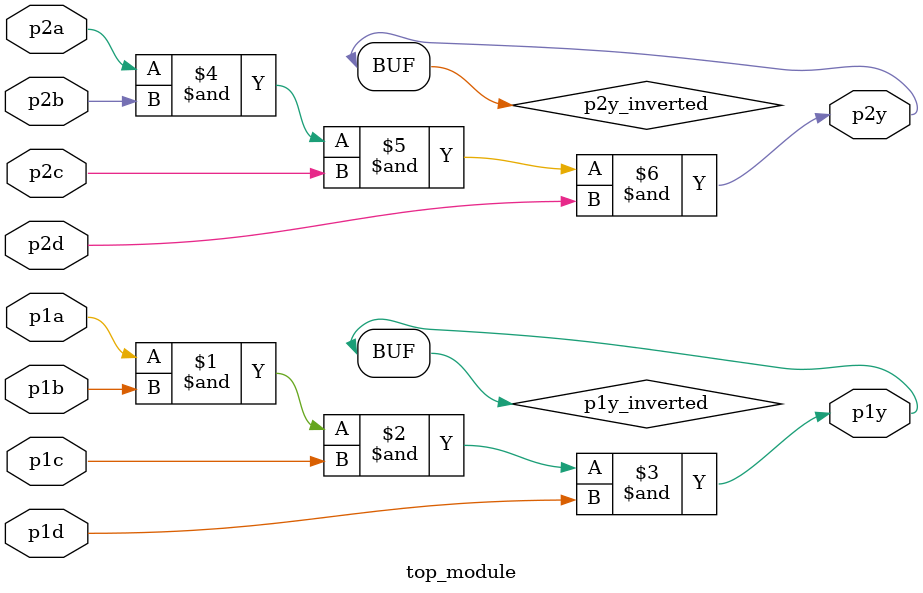
<source format=sv>
module top_module(
	input p1a,
	input p1b,
	input p1c,
	input p1d,
	output p1y,
	input p2a,
	input p2b,
	input p2c,
	input p2d,
	output p2y
);

	// AND operation for inputs p1a, p1b, p1c, and p1d
	and #(4) and1(p1y, p1a, p1b, p1c, p1d);
	
	// AND operation for inputs p2a, p2b, p2c, and p2d
	and #(4) and2(p2y, p2a, p2b, p2c, p2d);
	
	// Inverting the p1y output
	not not1(p1y_inverted, p1y);
	
	// Inverting the p2y output
	not not2(p2y_inverted, p2y);
	
	// Assigning the inverted outputs to p1y and p2y
	assign p1y = p1y_inverted;
	assign p2y = p2y_inverted;
	
endmodule

</source>
